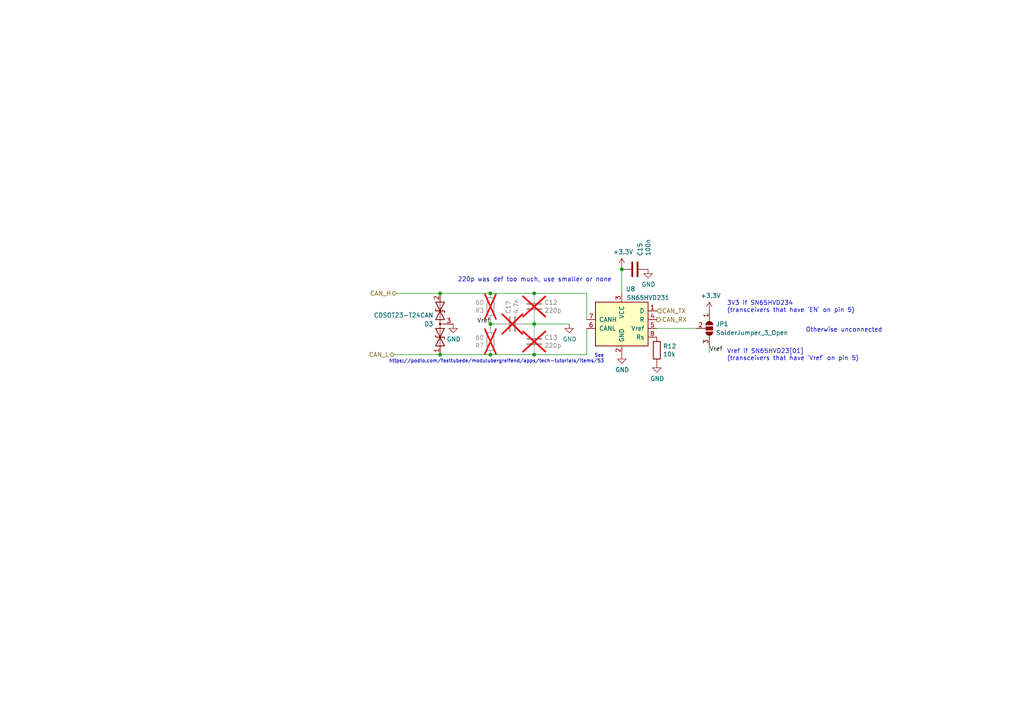
<source format=kicad_sch>
(kicad_sch (version 20230121) (generator eeschema)
  (paper "A4")
  (title_block (title "SDCL - CAN") (date "2021-12-16") (rev "v1.0") (company "FaSTTUBe - Formula Student Team TU Berlin") (comment 1 "Car 113") (comment 2 "EBS Electronics") (comment 3 "CAN Bus input/output stage"))
  (lib_symbols
    (symbol "Device:C" (pin_numbers hide) (pin_names (offset 0.254))
      (property "Reference" "C" (at 0.635 2.54 0))
      (property "Value" "C" (at 0.635 -2.54 0))
      (symbol "C_0_1"
        (polyline (pts (xy -2.032 -0.762) (xy 2.032 -0.762)) (stroke (width 0.508)))
        (polyline (pts (xy -2.032 0.762) (xy 2.032 0.762)) (stroke (width 0.508)))
      )
      (symbol "C_1_1"
        (pin passive line (at 0 3.81 270) (length 2.794) (name "~") (number "1"))
        (pin passive line (at 0 -3.81 90) (length 2.794) (name "~") (number "2"))
      )
    )
    (symbol "Device:D_TVS_Dual_AAC" (pin_names (offset 1.016) hide)
      (property "Reference" "D" (at 0 4.445 0))
      (property "Value" "D_TVS_Dual_AAC" (at 0 2.54 0))
      (symbol "D_TVS_Dual_AAC_0_0"
        (polyline (pts (xy 0 -1.27) (xy 0 0)))
      )
      (symbol "D_TVS_Dual_AAC_0_1"
        (polyline (pts (xy -6.35 0) (xy 6.35 0)))
        (polyline (pts (xy -3.302 1.27) (xy -3.81 1.27) (xy -3.81 -1.27) (xy -4.318 -1.27)) (stroke (width 0.254)))
        (polyline (pts (xy 4.318 1.27) (xy 3.81 1.27) (xy 3.81 -1.27) (xy 3.302 -1.27)) (stroke (width 0.254)))
        (polyline (pts (xy -6.35 1.27) (xy -1.27 -1.27) (xy -1.27 1.27) (xy -6.35 -1.27) (xy -6.35 1.27)) (stroke (width 0.254)))
        (polyline (pts (xy 6.35 1.27) (xy 1.27 -1.27) (xy 1.27 1.27) (xy 6.35 -1.27) (xy 6.35 1.27)) (stroke (width 0.254)))
        (circle (center 0 0) (radius 0.254) (fill (type outline)))
      )
      (symbol "D_TVS_Dual_AAC_1_1"
        (pin passive line (at -8.89 0 0) (length 2.54) (name "A1") (number "1"))
        (pin passive line (at 8.89 0 180) (length 2.54) (name "A2") (number "2"))
        (pin input line (at 0 -3.81 90) (length 2.54) (name "common") (number "3"))
      )
    )
    (symbol "Device:R" (pin_numbers hide) (pin_names (offset 0))
      (property "Reference" "R" (at 2.032 0 90))
      (property "Value" "R" (at 0 0 90))
      (symbol "R_0_1"
        (rectangle (start -1.016 -2.54) (end 1.016 2.54) (stroke (width 0.254)))
      )
      (symbol "R_1_1"
        (pin passive line (at 0 3.81 270) (length 1.27) (name "~") (number "1"))
        (pin passive line (at 0 -3.81 90) (length 1.27) (name "~") (number "2"))
      )
    )
    (symbol "Interface_CAN_LIN:SN65HVD231" (pin_names (offset 1.016))
      (property "Reference" "U" (at -2.54 10.16 0))
      (property "Value" "SN65HVD231" (at -2.54 7.62 0))
      (symbol "SN65HVD231_0_1"
        (rectangle (start -7.62 5.08) (end 7.62 -7.62) (stroke (width 0.254)) (fill (type background)))
      )
      (symbol "SN65HVD231_1_1"
        (pin input line (at -10.16 2.54 0) (length 2.54) (name "D") (number "1"))
        (pin power_in line (at 0 -10.16 90) (length 2.54) (name "GND") (number "2"))
        (pin power_in line (at 0 7.62 270) (length 2.54) (name "VCC") (number "3"))
        (pin output line (at -10.16 0 0) (length 2.54) (name "R") (number "4"))
        (pin output line (at -10.16 -2.54 0) (length 2.54) (name "Vref") (number "5"))
        (pin bidirectional line (at 10.16 -2.54 180) (length 2.54) (name "CANL") (number "6"))
        (pin bidirectional line (at 10.16 0 180) (length 2.54) (name "CANH") (number "7"))
        (pin input line (at -10.16 -5.08 0) (length 2.54) (name "Rs") (number "8"))
      )
    )
    (symbol "Jumper:SolderJumper_3_Open" (pin_names (offset 0) hide)
      (property "Reference" "JP" (at -2.54 -2.54 0))
      (property "Value" "SolderJumper_3_Open" (at 0 2.794 0))
      (symbol "SolderJumper_3_Open_0_1"
        (arc (start -1.016 1.016) (mid -2.0276 0) (end -1.016 -1.016))
        (arc (start -1.016 1.016) (mid -2.0276 0) (end -1.016 -1.016) (fill (type outline)))
        (rectangle (start -0.508 1.016) (end 0.508 -1.016) (fill (type outline)))
        (polyline (pts (xy -2.54 0) (xy -2.032 0)))
        (polyline (pts (xy -1.016 1.016) (xy -1.016 -1.016)))
        (polyline (pts (xy 0 -1.27) (xy 0 -1.016)))
        (polyline (pts (xy 1.016 1.016) (xy 1.016 -1.016)))
        (polyline (pts (xy 2.54 0) (xy 2.032 0)))
        (arc (start 1.016 -1.016) (mid 2.0276 0) (end 1.016 1.016))
        (arc (start 1.016 -1.016) (mid 2.0276 0) (end 1.016 1.016) (fill (type outline)))
      )
      (symbol "SolderJumper_3_Open_1_1"
        (pin passive line (at -5.08 0 0) (length 2.54) (name "A") (number "1"))
        (pin passive line (at 0 -3.81 90) (length 2.54) (name "C") (number "2"))
        (pin passive line (at 5.08 0 180) (length 2.54) (name "B") (number "3"))
      )
    )
    (symbol "power:+3.3V" (power) (pin_names (offset 0))
      (property "Value" "+3.3V" (at 0 3.556 0))
      (symbol "+3.3V_0_1"
        (polyline (pts (xy -0.762 1.27) (xy 0 2.54)))
        (polyline (pts (xy 0 0) (xy 0 2.54)))
        (polyline (pts (xy 0 2.54) (xy 0.762 1.27)))
      )
      (symbol "+3.3V_1_1"
        (pin power_in line (at 0 0 90) (length 0) hide (name "+3.3V") (number "1"))
      )
    )
    (symbol "power:GND" (power) (pin_names (offset 0))
      (property "Value" "GND" (at 0 -3.81 0))
      (symbol "GND_0_1"
        (polyline (pts (xy 0 0) (xy 0 -1.27) (xy 1.27 -1.27) (xy 0 -2.54) (xy -1.27 -1.27) (xy 0 -1.27)))
      )
      (symbol "GND_1_1"
        (pin power_in line (at 0 0 270) (length 0) hide (name "GND") (number "1"))
      )
    )
  )
  (junction (at 142.24 93.98))
  (junction (at 154.94 93.98))
  (junction (at 142.24 102.87))
  (junction (at 127.635 102.87))
  (junction (at 142.24 85.09))
  (junction (at 127.635 85.09))
  (junction (at 154.94 85.09))
  (junction (at 180.34 78.105))
  (junction (at 154.94 102.87))
  (wire (pts (xy 154.94 93.98) (xy 165.1 93.98)))
  (wire (pts (xy 190.5 95.25) (xy 201.93 95.25)))
  (wire (pts (xy 154.94 95.25) (xy 154.94 93.98)))
  (wire (pts (xy 170.18 85.09) (xy 154.94 85.09)))
  (wire (pts (xy 180.34 77.47) (xy 180.34 78.105)))
  (wire (pts (xy 142.24 92.71) (xy 142.24 93.98)))
  (wire (pts (xy 114.935 85.09) (xy 127.635 85.09)))
  (wire (pts (xy 152.4 93.98) (xy 154.94 93.98)))
  (wire (pts (xy 142.24 102.87) (xy 154.94 102.87)))
  (wire (pts (xy 170.18 95.25) (xy 170.18 102.87)))
  (wire (pts (xy 142.24 95.25) (xy 142.24 93.98)))
  (wire (pts (xy 154.94 92.71) (xy 154.94 93.98)))
  (wire (pts (xy 170.18 85.09) (xy 170.18 92.71)))
  (wire (pts (xy 127.635 85.09) (xy 142.24 85.09)))
  (wire (pts (xy 205.74 100.33) (xy 205.74 102.235)))
  (wire (pts (xy 127.635 102.87) (xy 142.24 102.87)))
  (wire (pts (xy 114.3 102.87) (xy 127.635 102.87)))
  (wire (pts (xy 142.24 85.09) (xy 154.94 85.09)))
  (wire (pts (xy 142.24 93.98) (xy 144.78 93.98)))
  (wire (pts (xy 180.34 78.105) (xy 180.34 85.09)))
  (wire (pts (xy 170.18 102.87) (xy 154.94 102.87)))
  (text "220p was def too much, use smaller or none" (at 132.715 81.915 0) (effects (font (size 1.27 1.27)) (justify left bottom)))
  (text "3V3 if SN65HVD234\n(transceivers that have `EN` on pin 5)" (at 210.82 90.805 0) (effects (font (size 1.27 1.27)) (justify left bottom)))
  (text "See\nhttps://podio.com/fasttubede/modulubergreifend/apps/tech-tutorials/items/53" (at 175.26 105.41 0) (effects (font (size 1 1)) (justify right bottom)))
  (text "Otherwise unconnected" (at 233.68 96.52 0) (effects (font (size 1.27 1.27)) (justify left bottom)))
  (text "Vref if SN65HVD23[01]\n(transceivers that have `Vref` on pin 5)" (at 210.82 104.775 0) (effects (font (size 1.27 1.27)) (justify left bottom)))
  (label "Vref" (at 205.74 102.235 0))
  (label "Vref" (at 142.24 93.98 180))
  (hierarchical_label "CAN_L" (shape bidirectional) (at 114.3 102.87 180))
  (hierarchical_label "CAN_H" (shape bidirectional) (at 114.935 85.09 180))
  (hierarchical_label "CAN_RX" (shape output) (at 190.5 92.71 0))
  (hierarchical_label "CAN_TX" (shape input) (at 190.5 90.17 0))
  (symbol (lib_id "Device:R") (at 190.5 101.6 0) (unit 1)
    (property "Reference" "R12" (at 192.278 100.4316 0) (effects (justify left)))
    (property "Value" "10k" (at 192.278 102.743 0) (effects (justify left)))
    (property "Footprint" "Resistor_SMD:R_0603_1608Metric_Pad0.98x0.95mm_HandSolder" (effects hide))
  )
  (symbol (lib_id "Device:C") (at 184.15 78.105 90) (unit 1)
    (property "Reference" "C15" (at 185.6486 74.295 0) (effects (justify left)))
    (property "Value" "100n" (at 187.96 74.295 0) (effects (justify left)))
    (property "Footprint" "Capacitor_SMD:C_0603_1608Metric_Pad1.08x0.95mm_HandSolder" (effects hide))
  )
  (symbol (lib_id "Device:C") (at 154.94 88.9 0) (unit 1) (dnp yes)
    (property "Reference" "C12" (at 157.861 87.7316 0) (effects (justify left)))
    (property "Value" "220p" (at 157.861 90.043 0) (effects (justify left)))
    (property "Footprint" "Capacitor_SMD:C_0603_1608Metric_Pad1.08x0.95mm_HandSolder" (effects hide))
  )
  (symbol (lib_id "Device:C") (at 154.94 99.06 0) (unit 1) (dnp yes)
    (property "Reference" "C13" (at 157.861 97.8916 0) (effects (justify left)))
    (property "Value" "220p" (at 157.861 100.203 0) (effects (justify left)))
    (property "Footprint" "Capacitor_SMD:C_0603_1608Metric_Pad1.08x0.95mm_HandSolder" (effects hide))
  )
  (symbol (lib_id "power:GND") (at 165.1 93.98 0) (unit 1)
    (property "Reference" "#PWR0142" (effects hide))
    (property "Value" "GND" (at 165.227 98.3742 0))
  )
  (symbol (lib_id "power:GND") (at 180.34 102.87 0) (unit 1)
    (property "Reference" "#PWR0143" (effects hide))
    (property "Value" "GND" (at 180.467 107.2642 0))
  )
  (symbol (lib_id "power:+3.3V") (at 180.34 77.47 0) (unit 1)
    (property "Reference" "#PWR0156" (effects hide))
    (property "Value" "+3.3V" (at 180.721 73.0758 0))
  )
  (symbol (lib_id "Interface_CAN_LIN:SN65HVD231") (at 180.34 92.71 0) (mirror y) (unit 1)
    (property "Reference" "U8" (at 182.88 83.82 0))
    (property "Value" "SN65HVD231" (at 187.96 86.36 0))
    (property "Footprint" "Package_SO:SOIC-8_3.9x4.9mm_P1.27mm" (effects hide))
    (property "Datasheet" "http://www.ti.com/lit/ds/symlink/sn65hvd230.pdf" (effects hide))
  )
  (symbol (lib_id "power:+3.3V") (at 205.74 90.17 0) (unit 1)
    (property "Reference" "#PWR0107" (effects hide))
    (property "Value" "+3.3V" (at 206.121 85.7758 0))
  )
  (symbol (lib_id "power:GND") (at 187.96 78.105 0) (unit 1)
    (property "Reference" "#PWR0103" (effects hide))
    (property "Value" "GND" (at 188.087 82.4992 0))
  )
  (symbol (lib_id "power:GND") (at 190.5 105.41 0) (unit 1)
    (property "Reference" "#PWR0105" (effects hide))
    (property "Value" "GND" (at 190.627 109.8042 0))
  )
  (symbol (lib_id "Device:R") (at 142.24 88.9 180) (unit 1) (dnp yes)
    (property "Reference" "R3" (at 140.462 90.0684 0) (effects (justify left)))
    (property "Value" "60" (at 140.462 87.757 0) (effects (justify left)))
    (property "Footprint" "Resistor_SMD:R_0603_1608Metric_Pad0.98x0.95mm_HandSolder" (effects hide))
  )
  (symbol (lib_id "Jumper:SolderJumper_3_Open") (at 205.74 95.25 270) (unit 1)
    (property "Reference" "JP1" (at 207.645 93.9799 90) (effects (justify left)))
    (property "Value" "SolderJumper_3_Open" (at 207.645 96.5199 90) (effects (justify left)))
    (property "Footprint" "Jumper:SolderJumper-3_P1.3mm_Open_RoundedPad1.0x1.5mm" (effects hide))
  )
  (symbol (lib_id "power:GND") (at 131.445 93.98 0) (unit 1)
    (property "Reference" "#PWR05" (effects hide))
    (property "Value" "GND" (at 131.572 98.3742 0))
  )
  (symbol (lib_id "Device:C") (at 148.59 93.98 90) (unit 1) (dnp yes)
    (property "Reference" "C17" (at 147.4216 91.059 0) (effects (justify left)))
    (property "Value" "4.7n" (at 149.733 91.059 0) (effects (justify left)))
    (property "Footprint" "Capacitor_SMD:C_0603_1608Metric_Pad1.08x0.95mm_HandSolder" (effects hide))
  )
  (symbol (lib_id "Device:D_TVS_Dual_AAC") (at 127.635 93.98 90) (unit 1)
    (property "Reference" "D3" (at 125.73 93.98 90) (effects (justify left)))
    (property "Value" "CDSOT23-T24CAN" (at 125.73 91.44 90) (effects (justify left)))
    (property "Footprint" "Package_TO_SOT_SMD:SOT-23" (effects hide))
  )
  (symbol (lib_id "Device:R") (at 142.24 99.06 180) (unit 1) (dnp yes)
    (property "Reference" "R7" (at 140.462 100.2284 0) (effects (justify left)))
    (property "Value" "60" (at 140.462 97.917 0) (effects (justify left)))
    (property "Footprint" "Resistor_SMD:R_0603_1608Metric_Pad0.98x0.95mm_HandSolder" (effects hide))
  )
)
</source>
